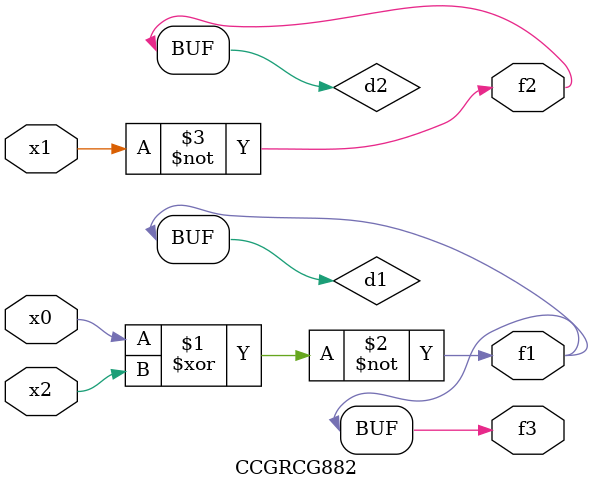
<source format=v>
module CCGRCG882(
	input x0, x1, x2,
	output f1, f2, f3
);

	wire d1, d2, d3;

	xnor (d1, x0, x2);
	nand (d2, x1);
	nor (d3, x1, x2);
	assign f1 = d1;
	assign f2 = d2;
	assign f3 = d1;
endmodule

</source>
